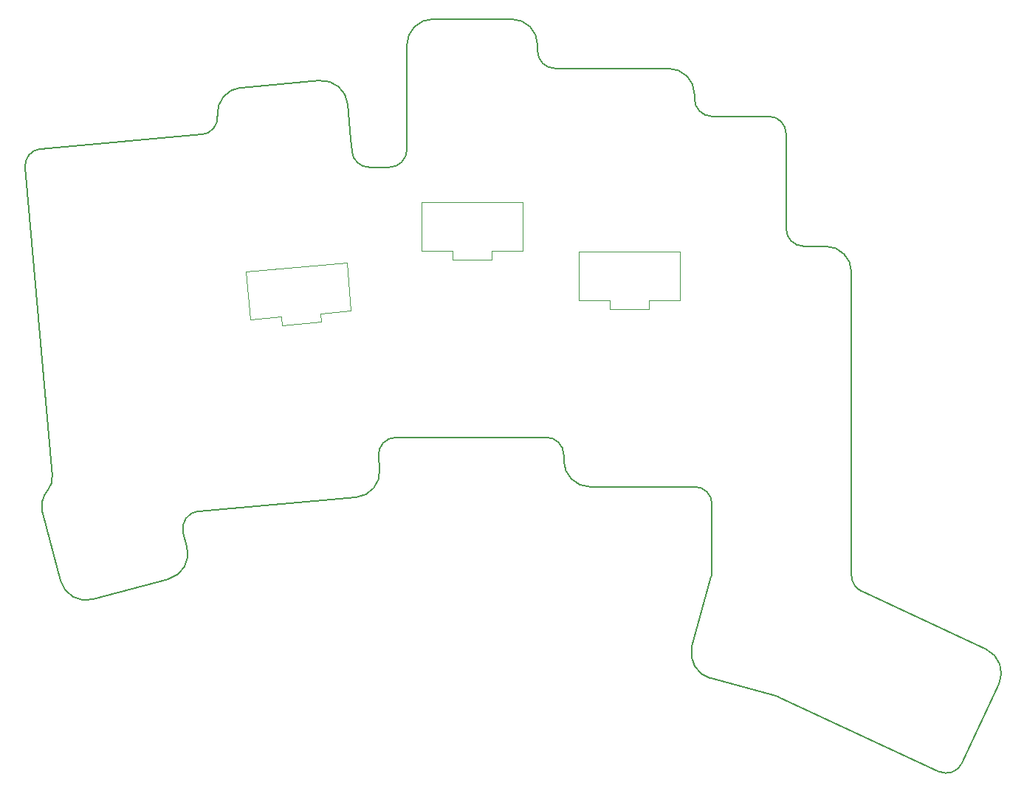
<source format=gbr>
%TF.GenerationSoftware,KiCad,Pcbnew,(5.1.10)-1*%
%TF.CreationDate,2021-07-20T22:45:32+02:00*%
%TF.ProjectId,metasepia_pfefferi_v2,6d657461-7365-4706-9961-5f7066656666,VERSION_HERE*%
%TF.SameCoordinates,Original*%
%TF.FileFunction,Profile,NP*%
%FSLAX46Y46*%
G04 Gerber Fmt 4.6, Leading zero omitted, Abs format (unit mm)*
G04 Created by KiCad (PCBNEW (5.1.10)-1) date 2021-07-20 22:45:32*
%MOMM*%
%LPD*%
G01*
G04 APERTURE LIST*
%TA.AperFunction,Profile*%
%ADD10C,0.150000*%
%TD*%
%TA.AperFunction,Profile*%
%ADD11C,0.120000*%
%TD*%
G04 APERTURE END LIST*
D10*
X31670000Y20440000D02*
X40363333Y22769371D01*
X42484654Y26443608D02*
G75*
G02*
X40363333Y22769371I-2897779J-776458D01*
G01*
X42484652Y26443606D02*
X42053547Y28052513D01*
X25925214Y30288727D02*
G75*
G02*
X26543392Y33015423I2897778J776458D01*
G01*
X25925213Y30288728D02*
X27995766Y22561319D01*
X31670001Y20440000D02*
G75*
G02*
X27995766Y22561319I-776458J2897777D01*
G01*
X43811088Y30562542D02*
X61853331Y32141033D01*
X64580448Y35391084D02*
G75*
G02*
X61853331Y32141033I-2988584J-261467D01*
G01*
X64580447Y35391085D02*
X64452901Y36848946D01*
X23911227Y69978143D02*
X27016048Y34489892D01*
X61094219Y75238873D02*
X61268529Y73246484D01*
X61268529Y73246484D02*
X61390799Y71848946D01*
X25729307Y72144844D02*
X44158909Y73757225D01*
X61094219Y75238873D02*
X60919906Y77231261D01*
X57669856Y79958379D02*
G75*
G02*
X60919906Y77231261I261466J-2988584D01*
G01*
X57669855Y79958379D02*
X48704103Y79173977D01*
X45976987Y75923925D02*
G75*
G02*
X48704103Y79173977I2988584J261468D01*
G01*
X45976986Y75923925D02*
X45976986Y75923925D01*
X66445291Y39023256D02*
X83694181Y39023258D01*
X63383188Y70023257D02*
X65694182Y70023257D01*
X82694181Y83356591D02*
X82694181Y84023257D01*
X79694182Y87023256D02*
G75*
G02*
X82694181Y84023257I0J-2999999D01*
G01*
X79694181Y87023257D02*
X70694182Y87023258D01*
X67694180Y84023260D02*
G75*
G02*
X70694182Y87023258I3000000J-2D01*
G01*
X67694181Y72023258D02*
X67694181Y84023258D01*
X88694181Y33356590D02*
X100694181Y33356590D01*
X85694181Y37023258D02*
X85694180Y36356591D01*
X88694180Y33356589D02*
G75*
G02*
X85694180Y36356591I1J3000001D01*
G01*
X102694180Y75856591D02*
X109194180Y75856591D01*
X111194181Y73856591D02*
X111194182Y62956590D01*
X100694181Y77856591D02*
X100694181Y78356591D01*
X97694182Y81356590D02*
G75*
G02*
X100694181Y78356591I0J-2999999D01*
G01*
X84694181Y81356591D02*
X97694181Y81356590D01*
X118694181Y23174942D02*
X118694181Y57956590D01*
X115694182Y60956593D02*
G75*
G02*
X118694181Y57956590I-2J-3000001D01*
G01*
X115694181Y60956591D02*
X113194182Y60956589D01*
X102694181Y23315911D02*
X102694181Y31356590D01*
X102535783Y11359796D02*
X110055490Y9344897D01*
X102485014Y22761437D02*
G75*
G02*
X102694181Y23315911I2897777J-776457D01*
G01*
X102485015Y22761437D02*
X100414461Y15034031D01*
X102535782Y11359794D02*
G75*
G02*
X100414461Y15034031I776458J2897779D01*
G01*
X131361975Y1649800D02*
X135588159Y10712879D01*
X134137089Y14699655D02*
G75*
G02*
X135588159Y10712879I-1267853J-2718923D01*
G01*
X119848945Y21362327D02*
X134137089Y14699656D01*
X110383088Y9225660D02*
X128704123Y682421D01*
X42053547Y28052512D02*
G75*
G02*
X43811088Y30562542I1931853J517639D01*
G01*
X64452904Y36848947D02*
G75*
G02*
X66445291Y39023256I1992387J174311D01*
G01*
X83694180Y39023257D02*
G75*
G02*
X85694181Y37023258I1J-2000000D01*
G01*
X100694181Y33356590D02*
G75*
G02*
X102694181Y31356590I0J-2000000D01*
G01*
X110055489Y9344895D02*
G75*
G02*
X110383087Y9225659I-517637J-1931851D01*
G01*
X131361975Y1649799D02*
G75*
G02*
X128704123Y682421I-1812615J845237D01*
G01*
X119848945Y21362327D02*
G75*
G02*
X118694181Y23174942I845236J1812616D01*
G01*
X113194182Y60956592D02*
G75*
G02*
X111194182Y62956590I-1J1999999D01*
G01*
X109194182Y75856592D02*
G75*
G02*
X111194181Y73856591I-1J-2000000D01*
G01*
X102694181Y75856591D02*
G75*
G02*
X100694181Y77856591I0J2000000D01*
G01*
X84694181Y81356591D02*
G75*
G02*
X82694181Y83356591I0J2000000D01*
G01*
X67694180Y72023257D02*
G75*
G02*
X65694182Y70023257I-1999999J-1D01*
G01*
X63383189Y70023258D02*
G75*
G02*
X61390799Y71848946I-1J2000000D01*
G01*
X45976986Y75923926D02*
G75*
G02*
X44158909Y73757225I-1992389J-174312D01*
G01*
X23911227Y69978144D02*
G75*
G02*
X25729307Y72144844I1992390J174310D01*
G01*
X27016048Y34489892D02*
G75*
G02*
X26543392Y33015423I-1992388J-174311D01*
G01*
D11*
%TO.C,S6*%
X77444181Y60423257D02*
X80994181Y60423257D01*
X72944181Y60423257D02*
X69394181Y60423257D01*
X77444181Y59423257D02*
X77444181Y60423257D01*
X72944181Y59423257D02*
X77444181Y59423257D01*
X72944181Y60423257D02*
X72944181Y59423257D01*
X69394181Y60423257D02*
X69394181Y65973257D01*
X80994181Y65973257D02*
X80994181Y60423257D01*
X69394181Y65973257D02*
X80994181Y65973257D01*
%TO.C,S3*%
X57746760Y53263499D02*
X61283251Y53572902D01*
X53263884Y52871298D02*
X49727393Y52561895D01*
X57833916Y52267305D02*
X57746760Y53263499D01*
X53351040Y51875104D02*
X57833916Y52267305D01*
X53263884Y52871298D02*
X53351040Y51875104D01*
X49727393Y52561895D02*
X49243678Y58090776D01*
X60799537Y59101783D02*
X61283251Y53572902D01*
X49243678Y58090776D02*
X60799537Y59101783D01*
%TO.C,S9*%
X95444181Y54756591D02*
X98994181Y54756591D01*
X90944181Y54756591D02*
X87394181Y54756591D01*
X95444181Y53756591D02*
X95444181Y54756591D01*
X90944181Y53756591D02*
X95444181Y53756591D01*
X90944181Y54756591D02*
X90944181Y53756591D01*
X87394181Y54756591D02*
X87394181Y60306591D01*
X98994181Y60306591D02*
X98994181Y54756591D01*
X87394181Y60306591D02*
X98994181Y60306591D01*
%TD*%
M02*

</source>
